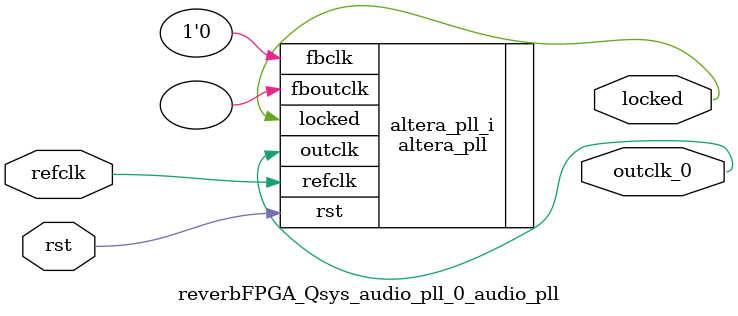
<source format=v>
`timescale 1ns/10ps
module  reverbFPGA_Qsys_audio_pll_0_audio_pll(

	// interface 'refclk'
	input wire refclk,

	// interface 'reset'
	input wire rst,

	// interface 'outclk0'
	output wire outclk_0,

	// interface 'locked'
	output wire locked
);

	altera_pll #(
		.fractional_vco_multiplier("false"),
		.reference_clock_frequency("50.0 MHz"),
		.operation_mode("direct"),
		.number_of_clocks(1),
		.output_clock_frequency0("16.934404 MHz"),
		.phase_shift0("0 ps"),
		.duty_cycle0(50),
		.output_clock_frequency1("0 MHz"),
		.phase_shift1("0 ps"),
		.duty_cycle1(50),
		.output_clock_frequency2("0 MHz"),
		.phase_shift2("0 ps"),
		.duty_cycle2(50),
		.output_clock_frequency3("0 MHz"),
		.phase_shift3("0 ps"),
		.duty_cycle3(50),
		.output_clock_frequency4("0 MHz"),
		.phase_shift4("0 ps"),
		.duty_cycle4(50),
		.output_clock_frequency5("0 MHz"),
		.phase_shift5("0 ps"),
		.duty_cycle5(50),
		.output_clock_frequency6("0 MHz"),
		.phase_shift6("0 ps"),
		.duty_cycle6(50),
		.output_clock_frequency7("0 MHz"),
		.phase_shift7("0 ps"),
		.duty_cycle7(50),
		.output_clock_frequency8("0 MHz"),
		.phase_shift8("0 ps"),
		.duty_cycle8(50),
		.output_clock_frequency9("0 MHz"),
		.phase_shift9("0 ps"),
		.duty_cycle9(50),
		.output_clock_frequency10("0 MHz"),
		.phase_shift10("0 ps"),
		.duty_cycle10(50),
		.output_clock_frequency11("0 MHz"),
		.phase_shift11("0 ps"),
		.duty_cycle11(50),
		.output_clock_frequency12("0 MHz"),
		.phase_shift12("0 ps"),
		.duty_cycle12(50),
		.output_clock_frequency13("0 MHz"),
		.phase_shift13("0 ps"),
		.duty_cycle13(50),
		.output_clock_frequency14("0 MHz"),
		.phase_shift14("0 ps"),
		.duty_cycle14(50),
		.output_clock_frequency15("0 MHz"),
		.phase_shift15("0 ps"),
		.duty_cycle15(50),
		.output_clock_frequency16("0 MHz"),
		.phase_shift16("0 ps"),
		.duty_cycle16(50),
		.output_clock_frequency17("0 MHz"),
		.phase_shift17("0 ps"),
		.duty_cycle17(50),
		.pll_type("General"),
		.pll_subtype("General")
	) altera_pll_i (
		.rst	(rst),
		.outclk	({outclk_0}),
		.locked	(locked),
		.fboutclk	( ),
		.fbclk	(1'b0),
		.refclk	(refclk)
	);
endmodule


</source>
